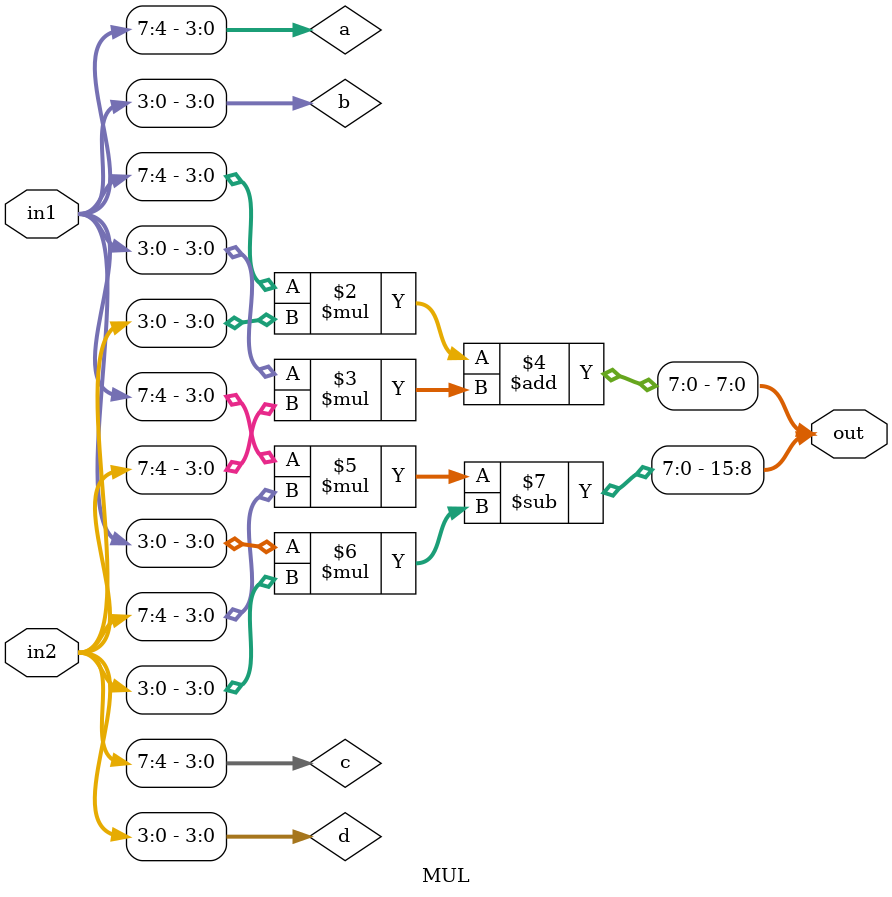
<source format=v>
module MUL(
 input [7:0] in1,in2,
 output reg [15:0] out
);

reg signed [3:0] a,b,c,d;

always @* begin
    a = in1[7:4];
    b = in1[3:0];
    c = in2[7:4];
    d = in2[3:0];
    out[7:0] = a*d + b*c;
    out[15:8] = a*c - b*d;
end

endmodule
</source>
